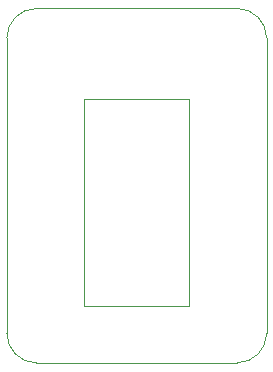
<source format=gm1>
G04 #@! TF.GenerationSoftware,KiCad,Pcbnew,(5.1.5)-3*
G04 #@! TF.CreationDate,2021-07-20T23:34:02+09:00*
G04 #@! TF.ProjectId,pmw3360,706d7733-3336-4302-9e6b-696361645f70,rev?*
G04 #@! TF.SameCoordinates,PX5b136e0PY4bcb138*
G04 #@! TF.FileFunction,Profile,NP*
%FSLAX46Y46*%
G04 Gerber Fmt 4.6, Leading zero omitted, Abs format (unit mm)*
G04 Created by KiCad (PCBNEW (5.1.5)-3) date 2021-07-20 23:34:02*
%MOMM*%
%LPD*%
G04 APERTURE LIST*
%ADD10C,0.050000*%
G04 APERTURE END LIST*
D10*
X15450000Y-25150000D02*
X15450000Y-7650000D01*
X6550000Y-7650000D02*
X6550000Y-25150000D01*
X2500000Y0D02*
X19500000Y0D01*
X0Y-27500000D02*
X0Y-2500000D01*
X2500000Y-30000000D02*
X19500000Y-30000000D01*
X22000000Y-2500000D02*
X22000000Y-27500000D01*
X22000000Y-27500000D02*
G75*
G02X19500000Y-30000000I-2500000J0D01*
G01*
X2500000Y-30000000D02*
G75*
G02X0Y-27500000I0J2500000D01*
G01*
X0Y-2500000D02*
G75*
G02X2500000Y0I2500000J0D01*
G01*
X19500000Y0D02*
G75*
G02X22000000Y-2500000I0J-2500000D01*
G01*
X6550000Y-25150000D02*
X15450000Y-25150000D01*
X15450000Y-7650000D02*
X6550000Y-7650000D01*
M02*

</source>
